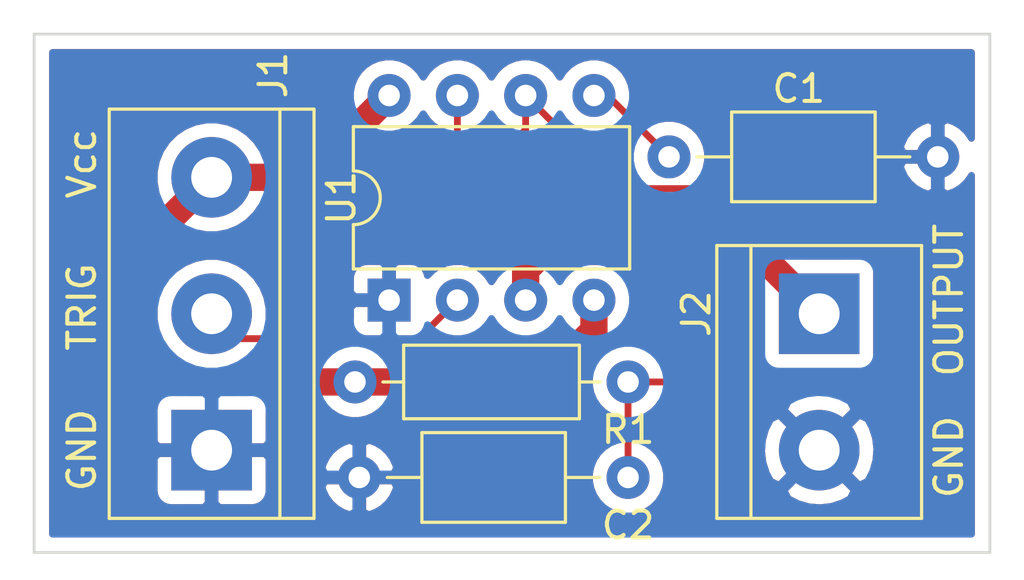
<source format=kicad_pcb>
(kicad_pcb (version 20171130) (host pcbnew "(5.1.8)-1")

  (general
    (thickness 1.6)
    (drawings 9)
    (tracks 30)
    (zones 0)
    (modules 6)
    (nets 7)
  )

  (page A4)
  (title_block
    (title "1.1 - Monostable Multivibrator")
    (date 2021-01-04)
    (comment 1 "Kaitlyn Wiseman")
  )

  (layers
    (0 F.Cu signal)
    (31 B.Cu signal)
    (32 B.Adhes user)
    (33 F.Adhes user)
    (34 B.Paste user)
    (35 F.Paste user)
    (36 B.SilkS user)
    (37 F.SilkS user)
    (38 B.Mask user)
    (39 F.Mask user)
    (40 Dwgs.User user)
    (41 Cmts.User user)
    (42 Eco1.User user)
    (43 Eco2.User user)
    (44 Edge.Cuts user)
    (45 Margin user)
    (46 B.CrtYd user)
    (47 F.CrtYd user)
    (48 B.Fab user hide)
    (49 F.Fab user hide)
  )

  (setup
    (last_trace_width 0.254)
    (trace_clearance 0.254)
    (zone_clearance 0.508)
    (zone_45_only no)
    (trace_min 0.254)
    (via_size 0.508)
    (via_drill 0.254)
    (via_min_size 0.508)
    (via_min_drill 0.254)
    (uvia_size 0.508)
    (uvia_drill 0.254)
    (uvias_allowed no)
    (uvia_min_size 0.508)
    (uvia_min_drill 0.254)
    (edge_width 0.05)
    (segment_width 0.2)
    (pcb_text_width 0.3)
    (pcb_text_size 1.5 1.5)
    (mod_edge_width 0.12)
    (mod_text_size 1 1)
    (mod_text_width 0.15)
    (pad_size 1.524 1.524)
    (pad_drill 0.762)
    (pad_to_mask_clearance 0)
    (aux_axis_origin 0 0)
    (visible_elements FFFFFF7F)
    (pcbplotparams
      (layerselection 0x010fc_ffffffff)
      (usegerberextensions false)
      (usegerberattributes true)
      (usegerberadvancedattributes true)
      (creategerberjobfile true)
      (excludeedgelayer true)
      (linewidth 0.100000)
      (plotframeref false)
      (viasonmask false)
      (mode 1)
      (useauxorigin false)
      (hpglpennumber 1)
      (hpglpenspeed 20)
      (hpglpendiameter 15.000000)
      (psnegative false)
      (psa4output false)
      (plotreference true)
      (plotvalue true)
      (plotinvisibletext false)
      (padsonsilk false)
      (subtractmaskfromsilk false)
      (outputformat 1)
      (mirror false)
      (drillshape 1)
      (scaleselection 1)
      (outputdirectory ""))
  )

  (net 0 "")
  (net 1 "Net-(C1-Pad1)")
  (net 2 GND)
  (net 3 "Net-(C2-Pad1)")
  (net 4 "Net-(J1-Pad2)")
  (net 5 "Net-(J1-Pad3)")
  (net 6 "Net-(J2-Pad1)")

  (net_class Default "This is the default net class."
    (clearance 0.254)
    (trace_width 0.254)
    (via_dia 0.508)
    (via_drill 0.254)
    (uvia_dia 0.508)
    (uvia_drill 0.254)
    (diff_pair_width 0.254)
    (diff_pair_gap 0.254)
    (add_net "Net-(C1-Pad1)")
    (add_net "Net-(C2-Pad1)")
    (add_net "Net-(J1-Pad2)")
  )

  (net_class Power ""
    (clearance 0.508)
    (trace_width 1.016)
    (via_dia 0.508)
    (via_drill 0.254)
    (uvia_dia 0.508)
    (uvia_drill 0.254)
    (diff_pair_width 0.254)
    (diff_pair_gap 0.254)
    (add_net GND)
    (add_net "Net-(J1-Pad3)")
    (add_net "Net-(J2-Pad1)")
  )

  (module Package_DIP:DIP-8_W7.62mm (layer F.Cu) (tedit 5A02E8C5) (tstamp 5FF3A970)
    (at 147.828 96.266 90)
    (descr "8-lead though-hole mounted DIP package, row spacing 7.62 mm (300 mils)")
    (tags "THT DIP DIL PDIP 2.54mm 7.62mm 300mil")
    (path /5FF3459D)
    (fp_text reference U1 (at 3.81 -1.778 90) (layer F.SilkS)
      (effects (font (size 1 1) (thickness 0.15)))
    )
    (fp_text value NA555D (at 3.81 9.95 90) (layer F.Fab)
      (effects (font (size 1 1) (thickness 0.15)))
    )
    (fp_text user %R (at 3.81 3.81 90) (layer F.Fab)
      (effects (font (size 1 1) (thickness 0.15)))
    )
    (fp_arc (start 3.81 -1.33) (end 2.81 -1.33) (angle -180) (layer F.SilkS) (width 0.12))
    (fp_line (start 1.635 -1.27) (end 6.985 -1.27) (layer F.Fab) (width 0.1))
    (fp_line (start 6.985 -1.27) (end 6.985 8.89) (layer F.Fab) (width 0.1))
    (fp_line (start 6.985 8.89) (end 0.635 8.89) (layer F.Fab) (width 0.1))
    (fp_line (start 0.635 8.89) (end 0.635 -0.27) (layer F.Fab) (width 0.1))
    (fp_line (start 0.635 -0.27) (end 1.635 -1.27) (layer F.Fab) (width 0.1))
    (fp_line (start 2.81 -1.33) (end 1.16 -1.33) (layer F.SilkS) (width 0.12))
    (fp_line (start 1.16 -1.33) (end 1.16 8.95) (layer F.SilkS) (width 0.12))
    (fp_line (start 1.16 8.95) (end 6.46 8.95) (layer F.SilkS) (width 0.12))
    (fp_line (start 6.46 8.95) (end 6.46 -1.33) (layer F.SilkS) (width 0.12))
    (fp_line (start 6.46 -1.33) (end 4.81 -1.33) (layer F.SilkS) (width 0.12))
    (fp_line (start -1.1 -1.55) (end -1.1 9.15) (layer F.CrtYd) (width 0.05))
    (fp_line (start -1.1 9.15) (end 8.7 9.15) (layer F.CrtYd) (width 0.05))
    (fp_line (start 8.7 9.15) (end 8.7 -1.55) (layer F.CrtYd) (width 0.05))
    (fp_line (start 8.7 -1.55) (end -1.1 -1.55) (layer F.CrtYd) (width 0.05))
    (pad 8 thru_hole oval (at 7.62 0 90) (size 1.6 1.6) (drill 0.8) (layers *.Cu *.Mask)
      (net 5 "Net-(J1-Pad3)"))
    (pad 4 thru_hole oval (at 0 7.62 90) (size 1.6 1.6) (drill 0.8) (layers *.Cu *.Mask)
      (net 5 "Net-(J1-Pad3)"))
    (pad 7 thru_hole oval (at 7.62 2.54 90) (size 1.6 1.6) (drill 0.8) (layers *.Cu *.Mask)
      (net 3 "Net-(C2-Pad1)"))
    (pad 3 thru_hole oval (at 0 5.08 90) (size 1.6 1.6) (drill 0.8) (layers *.Cu *.Mask)
      (net 6 "Net-(J2-Pad1)"))
    (pad 6 thru_hole oval (at 7.62 5.08 90) (size 1.6 1.6) (drill 0.8) (layers *.Cu *.Mask)
      (net 3 "Net-(C2-Pad1)"))
    (pad 2 thru_hole oval (at 0 2.54 90) (size 1.6 1.6) (drill 0.8) (layers *.Cu *.Mask)
      (net 4 "Net-(J1-Pad2)"))
    (pad 5 thru_hole oval (at 7.62 7.62 90) (size 1.6 1.6) (drill 0.8) (layers *.Cu *.Mask)
      (net 1 "Net-(C1-Pad1)"))
    (pad 1 thru_hole rect (at 0 0 90) (size 1.6 1.6) (drill 0.8) (layers *.Cu *.Mask)
      (net 2 GND))
    (model ${KISYS3DMOD}/Package_DIP.3dshapes/DIP-8_W7.62mm.wrl
      (at (xyz 0 0 0))
      (scale (xyz 1 1 1))
      (rotate (xyz 0 0 0))
    )
  )

  (module Capacitor_THT:C_Axial_L5.1mm_D3.1mm_P10.00mm_Horizontal (layer F.Cu) (tedit 5AE50EF0) (tstamp 5FF3A8FD)
    (at 158.242 90.932)
    (descr "C, Axial series, Axial, Horizontal, pin pitch=10mm, , length*diameter=5.1*3.1mm^2, http://www.vishay.com/docs/45231/arseries.pdf")
    (tags "C Axial series Axial Horizontal pin pitch 10mm  length 5.1mm diameter 3.1mm")
    (path /5FF35CEC)
    (fp_text reference C1 (at 4.826 -2.54) (layer F.SilkS)
      (effects (font (size 1 1) (thickness 0.15)))
    )
    (fp_text value 0.01uF (at 5 2.67) (layer F.Fab)
      (effects (font (size 1 1) (thickness 0.15)))
    )
    (fp_line (start 11.05 -1.8) (end -1.05 -1.8) (layer F.CrtYd) (width 0.05))
    (fp_line (start 11.05 1.8) (end 11.05 -1.8) (layer F.CrtYd) (width 0.05))
    (fp_line (start -1.05 1.8) (end 11.05 1.8) (layer F.CrtYd) (width 0.05))
    (fp_line (start -1.05 -1.8) (end -1.05 1.8) (layer F.CrtYd) (width 0.05))
    (fp_line (start 8.96 0) (end 7.67 0) (layer F.SilkS) (width 0.12))
    (fp_line (start 1.04 0) (end 2.33 0) (layer F.SilkS) (width 0.12))
    (fp_line (start 7.67 -1.67) (end 2.33 -1.67) (layer F.SilkS) (width 0.12))
    (fp_line (start 7.67 1.67) (end 7.67 -1.67) (layer F.SilkS) (width 0.12))
    (fp_line (start 2.33 1.67) (end 7.67 1.67) (layer F.SilkS) (width 0.12))
    (fp_line (start 2.33 -1.67) (end 2.33 1.67) (layer F.SilkS) (width 0.12))
    (fp_line (start 10 0) (end 7.55 0) (layer F.Fab) (width 0.1))
    (fp_line (start 0 0) (end 2.45 0) (layer F.Fab) (width 0.1))
    (fp_line (start 7.55 -1.55) (end 2.45 -1.55) (layer F.Fab) (width 0.1))
    (fp_line (start 7.55 1.55) (end 7.55 -1.55) (layer F.Fab) (width 0.1))
    (fp_line (start 2.45 1.55) (end 7.55 1.55) (layer F.Fab) (width 0.1))
    (fp_line (start 2.45 -1.55) (end 2.45 1.55) (layer F.Fab) (width 0.1))
    (fp_text user %R (at 5 0) (layer F.Fab)
      (effects (font (size 1 1) (thickness 0.15)))
    )
    (pad 1 thru_hole circle (at 0 0) (size 1.6 1.6) (drill 0.8) (layers *.Cu *.Mask)
      (net 1 "Net-(C1-Pad1)"))
    (pad 2 thru_hole oval (at 10 0) (size 1.6 1.6) (drill 0.8) (layers *.Cu *.Mask)
      (net 2 GND))
    (model ${KISYS3DMOD}/Capacitor_THT.3dshapes/C_Axial_L5.1mm_D3.1mm_P10.00mm_Horizontal.wrl
      (at (xyz 0 0 0))
      (scale (xyz 1 1 1))
      (rotate (xyz 0 0 0))
    )
  )

  (module Capacitor_THT:C_Axial_L5.1mm_D3.1mm_P10.00mm_Horizontal (layer F.Cu) (tedit 5AE50EF0) (tstamp 5FF3A914)
    (at 156.718 102.87 180)
    (descr "C, Axial series, Axial, Horizontal, pin pitch=10mm, , length*diameter=5.1*3.1mm^2, http://www.vishay.com/docs/45231/arseries.pdf")
    (tags "C Axial series Axial Horizontal pin pitch 10mm  length 5.1mm diameter 3.1mm")
    (path /5FF3B443)
    (fp_text reference C2 (at 0 -1.778) (layer F.SilkS)
      (effects (font (size 1 1) (thickness 0.15)))
    )
    (fp_text value 470uF (at 5 2.67) (layer F.Fab)
      (effects (font (size 1 1) (thickness 0.15)))
    )
    (fp_text user %R (at 5 0) (layer F.Fab)
      (effects (font (size 1 1) (thickness 0.15)))
    )
    (fp_line (start 2.45 -1.55) (end 2.45 1.55) (layer F.Fab) (width 0.1))
    (fp_line (start 2.45 1.55) (end 7.55 1.55) (layer F.Fab) (width 0.1))
    (fp_line (start 7.55 1.55) (end 7.55 -1.55) (layer F.Fab) (width 0.1))
    (fp_line (start 7.55 -1.55) (end 2.45 -1.55) (layer F.Fab) (width 0.1))
    (fp_line (start 0 0) (end 2.45 0) (layer F.Fab) (width 0.1))
    (fp_line (start 10 0) (end 7.55 0) (layer F.Fab) (width 0.1))
    (fp_line (start 2.33 -1.67) (end 2.33 1.67) (layer F.SilkS) (width 0.12))
    (fp_line (start 2.33 1.67) (end 7.67 1.67) (layer F.SilkS) (width 0.12))
    (fp_line (start 7.67 1.67) (end 7.67 -1.67) (layer F.SilkS) (width 0.12))
    (fp_line (start 7.67 -1.67) (end 2.33 -1.67) (layer F.SilkS) (width 0.12))
    (fp_line (start 1.04 0) (end 2.33 0) (layer F.SilkS) (width 0.12))
    (fp_line (start 8.96 0) (end 7.67 0) (layer F.SilkS) (width 0.12))
    (fp_line (start -1.05 -1.8) (end -1.05 1.8) (layer F.CrtYd) (width 0.05))
    (fp_line (start -1.05 1.8) (end 11.05 1.8) (layer F.CrtYd) (width 0.05))
    (fp_line (start 11.05 1.8) (end 11.05 -1.8) (layer F.CrtYd) (width 0.05))
    (fp_line (start 11.05 -1.8) (end -1.05 -1.8) (layer F.CrtYd) (width 0.05))
    (pad 2 thru_hole oval (at 10 0 180) (size 1.6 1.6) (drill 0.8) (layers *.Cu *.Mask)
      (net 2 GND))
    (pad 1 thru_hole circle (at 0 0 180) (size 1.6 1.6) (drill 0.8) (layers *.Cu *.Mask)
      (net 3 "Net-(C2-Pad1)"))
    (model ${KISYS3DMOD}/Capacitor_THT.3dshapes/C_Axial_L5.1mm_D3.1mm_P10.00mm_Horizontal.wrl
      (at (xyz 0 0 0))
      (scale (xyz 1 1 1))
      (rotate (xyz 0 0 0))
    )
  )

  (module TerminalBlock:TerminalBlock_bornier-3_P5.08mm (layer F.Cu) (tedit 59FF03B9) (tstamp 5FF3A92A)
    (at 141.224 101.854 90)
    (descr "simple 3-pin terminal block, pitch 5.08mm, revamped version of bornier3")
    (tags "terminal block bornier3")
    (path /5FF3630B)
    (fp_text reference J1 (at 13.97 2.286 90) (layer F.SilkS)
      (effects (font (size 1 1) (thickness 0.15)))
    )
    (fp_text value Screw_Terminal_01x03 (at 5.08 5.08 90) (layer F.Fab)
      (effects (font (size 1 1) (thickness 0.15)))
    )
    (fp_line (start 12.88 4) (end -2.72 4) (layer F.CrtYd) (width 0.05))
    (fp_line (start 12.88 4) (end 12.88 -4) (layer F.CrtYd) (width 0.05))
    (fp_line (start -2.72 -4) (end -2.72 4) (layer F.CrtYd) (width 0.05))
    (fp_line (start -2.72 -4) (end 12.88 -4) (layer F.CrtYd) (width 0.05))
    (fp_line (start -2.54 3.81) (end 12.7 3.81) (layer F.SilkS) (width 0.12))
    (fp_line (start -2.54 -3.81) (end 12.7 -3.81) (layer F.SilkS) (width 0.12))
    (fp_line (start -2.54 2.54) (end 12.7 2.54) (layer F.SilkS) (width 0.12))
    (fp_line (start 12.7 3.81) (end 12.7 -3.81) (layer F.SilkS) (width 0.12))
    (fp_line (start -2.54 3.81) (end -2.54 -3.81) (layer F.SilkS) (width 0.12))
    (fp_line (start -2.47 3.75) (end -2.47 -3.75) (layer F.Fab) (width 0.1))
    (fp_line (start 12.63 3.75) (end -2.47 3.75) (layer F.Fab) (width 0.1))
    (fp_line (start 12.63 -3.75) (end 12.63 3.75) (layer F.Fab) (width 0.1))
    (fp_line (start -2.47 -3.75) (end 12.63 -3.75) (layer F.Fab) (width 0.1))
    (fp_line (start -2.47 2.55) (end 12.63 2.55) (layer F.Fab) (width 0.1))
    (fp_text user %R (at 5.08 0 90) (layer F.Fab)
      (effects (font (size 1 1) (thickness 0.15)))
    )
    (pad 1 thru_hole rect (at 0 0 90) (size 3 3) (drill 1.52) (layers *.Cu *.Mask)
      (net 2 GND))
    (pad 2 thru_hole circle (at 5.08 0 90) (size 3 3) (drill 1.52) (layers *.Cu *.Mask)
      (net 4 "Net-(J1-Pad2)"))
    (pad 3 thru_hole circle (at 10.16 0 90) (size 3 3) (drill 1.52) (layers *.Cu *.Mask)
      (net 5 "Net-(J1-Pad3)"))
    (model ${KISYS3DMOD}/TerminalBlock.3dshapes/TerminalBlock_bornier-3_P5.08mm.wrl
      (offset (xyz 5.079999923706055 0 0))
      (scale (xyz 1 1 1))
      (rotate (xyz 0 0 0))
    )
  )

  (module TerminalBlock:TerminalBlock_bornier-2_P5.08mm (layer F.Cu) (tedit 59FF03AB) (tstamp 5FF3A93F)
    (at 163.83 96.774 270)
    (descr "simple 2-pin terminal block, pitch 5.08mm, revamped version of bornier2")
    (tags "terminal block bornier2")
    (path /5FF39124)
    (fp_text reference J2 (at 0 4.572 90) (layer F.SilkS)
      (effects (font (size 1 1) (thickness 0.15)))
    )
    (fp_text value Screw_Terminal_01x02 (at 2.54 5.08 90) (layer F.Fab)
      (effects (font (size 1 1) (thickness 0.15)))
    )
    (fp_line (start 7.79 4) (end -2.71 4) (layer F.CrtYd) (width 0.05))
    (fp_line (start 7.79 4) (end 7.79 -4) (layer F.CrtYd) (width 0.05))
    (fp_line (start -2.71 -4) (end -2.71 4) (layer F.CrtYd) (width 0.05))
    (fp_line (start -2.71 -4) (end 7.79 -4) (layer F.CrtYd) (width 0.05))
    (fp_line (start -2.54 3.81) (end 7.62 3.81) (layer F.SilkS) (width 0.12))
    (fp_line (start -2.54 -3.81) (end -2.54 3.81) (layer F.SilkS) (width 0.12))
    (fp_line (start 7.62 -3.81) (end -2.54 -3.81) (layer F.SilkS) (width 0.12))
    (fp_line (start 7.62 3.81) (end 7.62 -3.81) (layer F.SilkS) (width 0.12))
    (fp_line (start 7.62 2.54) (end -2.54 2.54) (layer F.SilkS) (width 0.12))
    (fp_line (start 7.54 -3.75) (end -2.46 -3.75) (layer F.Fab) (width 0.1))
    (fp_line (start 7.54 3.75) (end 7.54 -3.75) (layer F.Fab) (width 0.1))
    (fp_line (start -2.46 3.75) (end 7.54 3.75) (layer F.Fab) (width 0.1))
    (fp_line (start -2.46 -3.75) (end -2.46 3.75) (layer F.Fab) (width 0.1))
    (fp_line (start -2.41 2.55) (end 7.49 2.55) (layer F.Fab) (width 0.1))
    (fp_text user %R (at 2.54 0 90) (layer F.Fab)
      (effects (font (size 1 1) (thickness 0.15)))
    )
    (pad 1 thru_hole rect (at 0 0 270) (size 3 3) (drill 1.52) (layers *.Cu *.Mask)
      (net 6 "Net-(J2-Pad1)"))
    (pad 2 thru_hole circle (at 5.08 0 270) (size 3 3) (drill 1.52) (layers *.Cu *.Mask)
      (net 2 GND))
    (model ${KISYS3DMOD}/TerminalBlock.3dshapes/TerminalBlock_bornier-2_P5.08mm.wrl
      (offset (xyz 2.539999961853027 0 0))
      (scale (xyz 1 1 1))
      (rotate (xyz 0 0 0))
    )
  )

  (module Resistor_THT:R_Axial_DIN0207_L6.3mm_D2.5mm_P10.16mm_Horizontal (layer F.Cu) (tedit 5AE5139B) (tstamp 5FF3A956)
    (at 156.718 99.314 180)
    (descr "Resistor, Axial_DIN0207 series, Axial, Horizontal, pin pitch=10.16mm, 0.25W = 1/4W, length*diameter=6.3*2.5mm^2, http://cdn-reichelt.de/documents/datenblatt/B400/1_4W%23YAG.pdf")
    (tags "Resistor Axial_DIN0207 series Axial Horizontal pin pitch 10.16mm 0.25W = 1/4W length 6.3mm diameter 2.5mm")
    (path /5FF3A6FA)
    (fp_text reference R1 (at 0 -1.778) (layer F.SilkS)
      (effects (font (size 1 1) (thickness 0.15)))
    )
    (fp_text value 10k (at 5.08 2.37) (layer F.Fab)
      (effects (font (size 1 1) (thickness 0.15)))
    )
    (fp_line (start 11.21 -1.5) (end -1.05 -1.5) (layer F.CrtYd) (width 0.05))
    (fp_line (start 11.21 1.5) (end 11.21 -1.5) (layer F.CrtYd) (width 0.05))
    (fp_line (start -1.05 1.5) (end 11.21 1.5) (layer F.CrtYd) (width 0.05))
    (fp_line (start -1.05 -1.5) (end -1.05 1.5) (layer F.CrtYd) (width 0.05))
    (fp_line (start 9.12 0) (end 8.35 0) (layer F.SilkS) (width 0.12))
    (fp_line (start 1.04 0) (end 1.81 0) (layer F.SilkS) (width 0.12))
    (fp_line (start 8.35 -1.37) (end 1.81 -1.37) (layer F.SilkS) (width 0.12))
    (fp_line (start 8.35 1.37) (end 8.35 -1.37) (layer F.SilkS) (width 0.12))
    (fp_line (start 1.81 1.37) (end 8.35 1.37) (layer F.SilkS) (width 0.12))
    (fp_line (start 1.81 -1.37) (end 1.81 1.37) (layer F.SilkS) (width 0.12))
    (fp_line (start 10.16 0) (end 8.23 0) (layer F.Fab) (width 0.1))
    (fp_line (start 0 0) (end 1.93 0) (layer F.Fab) (width 0.1))
    (fp_line (start 8.23 -1.25) (end 1.93 -1.25) (layer F.Fab) (width 0.1))
    (fp_line (start 8.23 1.25) (end 8.23 -1.25) (layer F.Fab) (width 0.1))
    (fp_line (start 1.93 1.25) (end 8.23 1.25) (layer F.Fab) (width 0.1))
    (fp_line (start 1.93 -1.25) (end 1.93 1.25) (layer F.Fab) (width 0.1))
    (fp_text user %R (at 5.08 0) (layer F.Fab)
      (effects (font (size 1 1) (thickness 0.15)))
    )
    (pad 1 thru_hole circle (at 0 0 180) (size 1.6 1.6) (drill 0.8) (layers *.Cu *.Mask)
      (net 3 "Net-(C2-Pad1)"))
    (pad 2 thru_hole oval (at 10.16 0 180) (size 1.6 1.6) (drill 0.8) (layers *.Cu *.Mask)
      (net 5 "Net-(J1-Pad3)"))
    (model ${KISYS3DMOD}/Resistor_THT.3dshapes/R_Axial_DIN0207_L6.3mm_D2.5mm_P10.16mm_Horizontal.wrl
      (at (xyz 0 0 0))
      (scale (xyz 1 1 1))
      (rotate (xyz 0 0 0))
    )
  )

  (gr_text GND (at 168.656 102.108 90) (layer F.SilkS)
    (effects (font (size 1 1) (thickness 0.15)))
  )
  (gr_text OUTPUT (at 168.656 96.266 90) (layer F.SilkS)
    (effects (font (size 1 1) (thickness 0.15)))
  )
  (gr_text GND (at 136.398 101.854 90) (layer F.SilkS)
    (effects (font (size 1 1) (thickness 0.15)))
  )
  (gr_text TRIG (at 136.398 96.52 90) (layer F.SilkS)
    (effects (font (size 1 1) (thickness 0.15)))
  )
  (gr_text Vcc (at 136.398 91.186 90) (layer F.SilkS)
    (effects (font (size 1 1) (thickness 0.15)))
  )
  (gr_line (start 170.18 86.36) (end 170.18 105.664) (layer Edge.Cuts) (width 0.1))
  (gr_line (start 134.62 86.36) (end 170.18 86.36) (layer Edge.Cuts) (width 0.1))
  (gr_line (start 134.62 105.664) (end 134.62 86.36) (layer Edge.Cuts) (width 0.1))
  (gr_line (start 170.18 105.664) (end 134.62 105.664) (layer Edge.Cuts) (width 0.1))

  (segment (start 155.956 88.646) (end 155.448 88.646) (width 0.254) (layer F.Cu) (net 1))
  (segment (start 158.242 90.932) (end 155.956 88.646) (width 0.254) (layer F.Cu) (net 1))
  (segment (start 156.718 99.314) (end 156.718 102.87) (width 0.254) (layer F.Cu) (net 3))
  (segment (start 152.908 88.646) (end 152.908 89.916) (width 0.254) (layer F.Cu) (net 3))
  (segment (start 152.908 89.916) (end 152.146 90.678) (width 0.254) (layer F.Cu) (net 3))
  (segment (start 152.146 90.678) (end 150.368 90.678) (width 0.254) (layer F.Cu) (net 3))
  (segment (start 150.368 90.678) (end 150.368 88.646) (width 0.254) (layer F.Cu) (net 3))
  (segment (start 156.375001 92.113001) (end 152.908 88.646) (width 0.254) (layer F.Cu) (net 3))
  (segment (start 163.312003 92.113001) (end 156.375001 92.113001) (width 0.254) (layer F.Cu) (net 3))
  (segment (start 165.965001 94.765999) (end 163.312003 92.113001) (width 0.254) (layer F.Cu) (net 3))
  (segment (start 165.965001 98.782001) (end 165.965001 94.765999) (width 0.254) (layer F.Cu) (net 3))
  (segment (start 165.433002 99.314) (end 165.965001 98.782001) (width 0.254) (layer F.Cu) (net 3))
  (segment (start 156.718 99.314) (end 165.433002 99.314) (width 0.254) (layer F.Cu) (net 3))
  (segment (start 148.932999 97.701001) (end 150.368 96.266) (width 0.254) (layer F.Cu) (net 4))
  (segment (start 142.151001 97.701001) (end 148.932999 97.701001) (width 0.254) (layer F.Cu) (net 4))
  (segment (start 141.224 96.774) (end 142.151001 97.701001) (width 0.254) (layer F.Cu) (net 4))
  (segment (start 155.448 97.39737) (end 155.448 96.266) (width 1.016) (layer F.Cu) (net 5))
  (segment (start 153.53137 99.314) (end 155.448 97.39737) (width 1.016) (layer F.Cu) (net 5))
  (segment (start 146.558 99.314) (end 153.53137 99.314) (width 1.016) (layer F.Cu) (net 5))
  (segment (start 138.707999 94.210001) (end 141.224 91.694) (width 1.016) (layer F.Cu) (net 5))
  (segment (start 138.707999 97.981681) (end 138.707999 94.210001) (width 1.016) (layer F.Cu) (net 5))
  (segment (start 140.040318 99.314) (end 138.707999 97.981681) (width 1.016) (layer F.Cu) (net 5))
  (segment (start 146.558 99.314) (end 140.040318 99.314) (width 1.016) (layer F.Cu) (net 5))
  (segment (start 144.78 91.694) (end 147.828 88.646) (width 1.016) (layer F.Cu) (net 5))
  (segment (start 141.224 91.694) (end 144.78 91.694) (width 1.016) (layer F.Cu) (net 5))
  (segment (start 152.908 96.118318) (end 152.908 96.266) (width 1.016) (layer F.Cu) (net 6))
  (segment (start 152.908 95.13463) (end 152.908 96.266) (width 1.016) (layer F.Cu) (net 6))
  (segment (start 153.592631 94.449999) (end 152.908 95.13463) (width 1.016) (layer F.Cu) (net 6))
  (segment (start 161.505999 94.449999) (end 153.592631 94.449999) (width 1.016) (layer F.Cu) (net 6))
  (segment (start 163.83 96.774) (end 161.505999 94.449999) (width 1.016) (layer F.Cu) (net 6))

  (zone (net 2) (net_name GND) (layer F.Cu) (tstamp 0) (hatch edge 0.508)
    (connect_pads (clearance 0.508))
    (min_thickness 0.254)
    (fill yes (arc_segments 32) (thermal_gap 0.508) (thermal_bridge_width 0.508))
    (polygon
      (pts
        (xy 171.45 106.68) (xy 133.35 106.68) (xy 133.35 85.09) (xy 171.45 85.09)
      )
    )
    (filled_polygon
      (pts
        (xy 169.495 90.241049) (xy 169.473037 90.19458) (xy 169.305519 89.968586) (xy 169.097131 89.779615) (xy 168.855881 89.63493)
        (xy 168.59104 89.540091) (xy 168.369 89.661376) (xy 168.369 90.805) (xy 168.389 90.805) (xy 168.389 91.059)
        (xy 168.369 91.059) (xy 168.369 92.202624) (xy 168.59104 92.323909) (xy 168.855881 92.22907) (xy 169.097131 92.084385)
        (xy 169.305519 91.895414) (xy 169.473037 91.66942) (xy 169.495 91.622951) (xy 169.495001 104.979) (xy 135.305 104.979)
        (xy 135.305 103.354) (xy 139.085928 103.354) (xy 139.098188 103.478482) (xy 139.134498 103.59818) (xy 139.193463 103.708494)
        (xy 139.272815 103.805185) (xy 139.369506 103.884537) (xy 139.47982 103.943502) (xy 139.599518 103.979812) (xy 139.724 103.992072)
        (xy 140.93825 103.989) (xy 141.097 103.83025) (xy 141.097 101.981) (xy 141.351 101.981) (xy 141.351 103.83025)
        (xy 141.50975 103.989) (xy 142.724 103.992072) (xy 142.848482 103.979812) (xy 142.96818 103.943502) (xy 143.078494 103.884537)
        (xy 143.175185 103.805185) (xy 143.254537 103.708494) (xy 143.313502 103.59818) (xy 143.349812 103.478482) (xy 143.362072 103.354)
        (xy 143.361731 103.219039) (xy 145.326096 103.219039) (xy 145.366754 103.353087) (xy 145.486963 103.60742) (xy 145.654481 103.833414)
        (xy 145.862869 104.022385) (xy 146.104119 104.16707) (xy 146.36896 104.261909) (xy 146.591 104.140624) (xy 146.591 102.997)
        (xy 146.845 102.997) (xy 146.845 104.140624) (xy 147.06704 104.261909) (xy 147.331881 104.16707) (xy 147.573131 104.022385)
        (xy 147.781519 103.833414) (xy 147.949037 103.60742) (xy 148.069246 103.353087) (xy 148.109904 103.219039) (xy 147.987915 102.997)
        (xy 146.845 102.997) (xy 146.591 102.997) (xy 145.448085 102.997) (xy 145.326096 103.219039) (xy 143.361731 103.219039)
        (xy 143.359965 102.520961) (xy 145.326096 102.520961) (xy 145.448085 102.743) (xy 146.591 102.743) (xy 146.591 101.599376)
        (xy 146.845 101.599376) (xy 146.845 102.743) (xy 147.987915 102.743) (xy 148.109904 102.520961) (xy 148.069246 102.386913)
        (xy 147.949037 102.13258) (xy 147.781519 101.906586) (xy 147.573131 101.717615) (xy 147.331881 101.57293) (xy 147.06704 101.478091)
        (xy 146.845 101.599376) (xy 146.591 101.599376) (xy 146.36896 101.478091) (xy 146.104119 101.57293) (xy 145.862869 101.717615)
        (xy 145.654481 101.906586) (xy 145.486963 102.13258) (xy 145.366754 102.386913) (xy 145.326096 102.520961) (xy 143.359965 102.520961)
        (xy 143.359 102.13975) (xy 143.20025 101.981) (xy 141.351 101.981) (xy 141.097 101.981) (xy 139.24775 101.981)
        (xy 139.089 102.13975) (xy 139.085928 103.354) (xy 135.305 103.354) (xy 135.305 94.210001) (xy 137.55947 94.210001)
        (xy 137.565 94.266149) (xy 137.564999 97.925542) (xy 137.55947 97.981681) (xy 137.564999 98.03782) (xy 137.564999 98.037826)
        (xy 137.565442 98.04232) (xy 137.581538 98.205748) (xy 137.595841 98.252897) (xy 137.646896 98.421203) (xy 137.753031 98.619769)
        (xy 137.895866 98.793814) (xy 137.939481 98.829608) (xy 139.164174 100.054302) (xy 139.134498 100.10982) (xy 139.098188 100.229518)
        (xy 139.085928 100.354) (xy 139.089 101.56825) (xy 139.24775 101.727) (xy 141.097 101.727) (xy 141.097 101.707)
        (xy 141.351 101.707) (xy 141.351 101.727) (xy 143.20025 101.727) (xy 143.359 101.56825) (xy 143.361811 100.457)
        (xy 145.685689 100.457) (xy 145.878273 100.58568) (xy 146.139426 100.693853) (xy 146.416665 100.749) (xy 146.699335 100.749)
        (xy 146.976574 100.693853) (xy 147.237727 100.58568) (xy 147.430311 100.457) (xy 153.475231 100.457) (xy 153.53137 100.462529)
        (xy 153.587509 100.457) (xy 153.587516 100.457) (xy 153.755437 100.440461) (xy 153.970893 100.375103) (xy 154.169459 100.268968)
        (xy 154.343503 100.126133) (xy 154.379297 100.082518) (xy 155.283 99.178815) (xy 155.283 99.455335) (xy 155.338147 99.732574)
        (xy 155.44632 99.993727) (xy 155.603363 100.228759) (xy 155.803241 100.428637) (xy 155.956 100.530707) (xy 155.956001 101.653292)
        (xy 155.803241 101.755363) (xy 155.603363 101.955241) (xy 155.44632 102.190273) (xy 155.338147 102.451426) (xy 155.283 102.728665)
        (xy 155.283 103.011335) (xy 155.338147 103.288574) (xy 155.44632 103.549727) (xy 155.603363 103.784759) (xy 155.803241 103.984637)
        (xy 156.038273 104.14168) (xy 156.299426 104.249853) (xy 156.576665 104.305) (xy 156.859335 104.305) (xy 157.136574 104.249853)
        (xy 157.397727 104.14168) (xy 157.632759 103.984637) (xy 157.832637 103.784759) (xy 157.98968 103.549727) (xy 158.07421 103.345653)
        (xy 162.517952 103.345653) (xy 162.673962 103.661214) (xy 163.048745 103.85202) (xy 163.453551 103.966044) (xy 163.872824 103.998902)
        (xy 164.290451 103.949334) (xy 164.690383 103.819243) (xy 164.986038 103.661214) (xy 165.142048 103.345653) (xy 163.83 102.033605)
        (xy 162.517952 103.345653) (xy 158.07421 103.345653) (xy 158.097853 103.288574) (xy 158.153 103.011335) (xy 158.153 102.728665)
        (xy 158.097853 102.451426) (xy 157.98968 102.190273) (xy 157.832637 101.955241) (xy 157.77422 101.896824) (xy 161.685098 101.896824)
        (xy 161.734666 102.314451) (xy 161.864757 102.714383) (xy 162.022786 103.010038) (xy 162.338347 103.166048) (xy 163.650395 101.854)
        (xy 164.009605 101.854) (xy 165.321653 103.166048) (xy 165.637214 103.010038) (xy 165.82802 102.635255) (xy 165.942044 102.230449)
        (xy 165.974902 101.811176) (xy 165.925334 101.393549) (xy 165.795243 100.993617) (xy 165.637214 100.697962) (xy 165.321653 100.541952)
        (xy 164.009605 101.854) (xy 163.650395 101.854) (xy 162.338347 100.541952) (xy 162.022786 100.697962) (xy 161.83198 101.072745)
        (xy 161.717956 101.477551) (xy 161.685098 101.896824) (xy 157.77422 101.896824) (xy 157.632759 101.755363) (xy 157.48 101.653293)
        (xy 157.48 100.530707) (xy 157.632759 100.428637) (xy 157.832637 100.228759) (xy 157.934707 100.076) (xy 162.659519 100.076)
        (xy 162.517952 100.362347) (xy 163.83 101.674395) (xy 165.142048 100.362347) (xy 165.000481 100.076) (xy 165.395579 100.076)
        (xy 165.433002 100.079686) (xy 165.470425 100.076) (xy 165.470428 100.076) (xy 165.58238 100.064974) (xy 165.726017 100.021402)
        (xy 165.858394 99.950645) (xy 165.974424 99.855422) (xy 165.998285 99.826347) (xy 166.477353 99.34728) (xy 166.506423 99.323423)
        (xy 166.601646 99.207393) (xy 166.672403 99.075016) (xy 166.715975 98.931379) (xy 166.727001 98.819427) (xy 166.727001 98.819425)
        (xy 166.730687 98.782002) (xy 166.727001 98.744579) (xy 166.727001 94.803422) (xy 166.730687 94.765999) (xy 166.727001 94.728573)
        (xy 166.715975 94.616621) (xy 166.672403 94.472984) (xy 166.615277 94.366109) (xy 166.601646 94.340606) (xy 166.53028 94.253647)
        (xy 166.506423 94.224577) (xy 166.477353 94.20072) (xy 163.877287 91.600655) (xy 163.853425 91.571579) (xy 163.737395 91.476356)
        (xy 163.605018 91.405599) (xy 163.461381 91.362027) (xy 163.349429 91.351001) (xy 163.349426 91.351001) (xy 163.312003 91.347315)
        (xy 163.27458 91.351001) (xy 159.621676 91.351001) (xy 159.621853 91.350574) (xy 159.635684 91.281039) (xy 166.850096 91.281039)
        (xy 166.890754 91.415087) (xy 167.010963 91.66942) (xy 167.178481 91.895414) (xy 167.386869 92.084385) (xy 167.628119 92.22907)
        (xy 167.89296 92.323909) (xy 168.115 92.202624) (xy 168.115 91.059) (xy 166.972085 91.059) (xy 166.850096 91.281039)
        (xy 159.635684 91.281039) (xy 159.677 91.073335) (xy 159.677 90.790665) (xy 159.635685 90.582961) (xy 166.850096 90.582961)
        (xy 166.972085 90.805) (xy 168.115 90.805) (xy 168.115 89.661376) (xy 167.89296 89.540091) (xy 167.628119 89.63493)
        (xy 167.386869 89.779615) (xy 167.178481 89.968586) (xy 167.010963 90.19458) (xy 166.890754 90.448913) (xy 166.850096 90.582961)
        (xy 159.635685 90.582961) (xy 159.621853 90.513426) (xy 159.51368 90.252273) (xy 159.356637 90.017241) (xy 159.156759 89.817363)
        (xy 158.921727 89.66032) (xy 158.660574 89.552147) (xy 158.383335 89.497) (xy 158.100665 89.497) (xy 157.920473 89.532843)
        (xy 156.880692 88.493062) (xy 156.827853 88.227426) (xy 156.71968 87.966273) (xy 156.562637 87.731241) (xy 156.362759 87.531363)
        (xy 156.127727 87.37432) (xy 155.866574 87.266147) (xy 155.589335 87.211) (xy 155.306665 87.211) (xy 155.029426 87.266147)
        (xy 154.768273 87.37432) (xy 154.533241 87.531363) (xy 154.333363 87.731241) (xy 154.178 87.963759) (xy 154.022637 87.731241)
        (xy 153.822759 87.531363) (xy 153.587727 87.37432) (xy 153.326574 87.266147) (xy 153.049335 87.211) (xy 152.766665 87.211)
        (xy 152.489426 87.266147) (xy 152.228273 87.37432) (xy 151.993241 87.531363) (xy 151.793363 87.731241) (xy 151.638 87.963759)
        (xy 151.482637 87.731241) (xy 151.282759 87.531363) (xy 151.047727 87.37432) (xy 150.786574 87.266147) (xy 150.509335 87.211)
        (xy 150.226665 87.211) (xy 149.949426 87.266147) (xy 149.688273 87.37432) (xy 149.453241 87.531363) (xy 149.253363 87.731241)
        (xy 149.098 87.963759) (xy 148.942637 87.731241) (xy 148.742759 87.531363) (xy 148.507727 87.37432) (xy 148.246574 87.266147)
        (xy 147.969335 87.211) (xy 147.686665 87.211) (xy 147.409426 87.266147) (xy 147.148273 87.37432) (xy 146.913241 87.531363)
        (xy 146.713363 87.731241) (xy 146.55632 87.966273) (xy 146.448147 88.227426) (xy 146.40296 88.454594) (xy 144.306555 90.551)
        (xy 143.028014 90.551) (xy 142.882363 90.333017) (xy 142.584983 90.035637) (xy 142.235302 89.801988) (xy 141.846756 89.641047)
        (xy 141.434279 89.559) (xy 141.013721 89.559) (xy 140.601244 89.641047) (xy 140.212698 89.801988) (xy 139.863017 90.035637)
        (xy 139.565637 90.333017) (xy 139.331988 90.682698) (xy 139.171047 91.071244) (xy 139.089 91.483721) (xy 139.089 91.904279)
        (xy 139.140146 92.161408) (xy 137.939477 93.362078) (xy 137.895867 93.397868) (xy 137.753032 93.571912) (xy 137.717779 93.637866)
        (xy 137.646897 93.770478) (xy 137.581538 93.985934) (xy 137.55947 94.210001) (xy 135.305 94.210001) (xy 135.305 87.045)
        (xy 169.495 87.045)
      )
    )
    (filled_polygon
      (pts
        (xy 149.253363 89.560759) (xy 149.453241 89.760637) (xy 149.606 89.862707) (xy 149.606 90.640574) (xy 149.602314 90.678)
        (xy 149.617026 90.827378) (xy 149.660598 90.971015) (xy 149.731355 91.103392) (xy 149.826577 91.219421) (xy 149.826578 91.219422)
        (xy 149.942608 91.314645) (xy 150.074985 91.385402) (xy 150.218622 91.428974) (xy 150.368 91.443686) (xy 150.405425 91.44)
        (xy 152.108577 91.44) (xy 152.146 91.443686) (xy 152.183423 91.44) (xy 152.183426 91.44) (xy 152.295378 91.428974)
        (xy 152.439015 91.385402) (xy 152.571392 91.314645) (xy 152.687422 91.219422) (xy 152.711284 91.190347) (xy 153.420351 90.48128)
        (xy 153.449422 90.457422) (xy 153.480422 90.419648) (xy 153.536134 90.351764) (xy 155.809721 92.625352) (xy 155.833579 92.654423)
        (xy 155.862649 92.67828) (xy 155.949608 92.749646) (xy 156.020365 92.787466) (xy 156.081986 92.820403) (xy 156.225623 92.863975)
        (xy 156.337575 92.875001) (xy 156.337578 92.875001) (xy 156.375001 92.878687) (xy 156.412424 92.875001) (xy 162.996373 92.875001)
        (xy 164.757299 94.635928) (xy 163.308373 94.635928) (xy 162.353926 93.681481) (xy 162.318132 93.637866) (xy 162.144088 93.495031)
        (xy 161.945522 93.388896) (xy 161.730066 93.323538) (xy 161.562145 93.306999) (xy 161.562138 93.306999) (xy 161.505999 93.30147)
        (xy 161.44986 93.306999) (xy 153.648769 93.306999) (xy 153.59263 93.30147) (xy 153.536491 93.306999) (xy 153.536485 93.306999)
        (xy 153.391231 93.321305) (xy 153.368563 93.323538) (xy 153.303205 93.343364) (xy 153.153108 93.388896) (xy 152.954542 93.495031)
        (xy 152.780498 93.637866) (xy 152.744703 93.681482) (xy 152.139483 94.286702) (xy 152.095867 94.322497) (xy 151.953032 94.496542)
        (xy 151.846897 94.695108) (xy 151.781539 94.910564) (xy 151.765 95.078485) (xy 151.765 95.078491) (xy 151.759471 95.13463)
        (xy 151.765 95.190769) (xy 151.765 95.393689) (xy 151.638 95.583759) (xy 151.482637 95.351241) (xy 151.282759 95.151363)
        (xy 151.047727 94.99432) (xy 150.786574 94.886147) (xy 150.509335 94.831) (xy 150.226665 94.831) (xy 149.949426 94.886147)
        (xy 149.688273 94.99432) (xy 149.453241 95.151363) (xy 149.254643 95.349961) (xy 149.253812 95.341518) (xy 149.217502 95.22182)
        (xy 149.158537 95.111506) (xy 149.079185 95.014815) (xy 148.982494 94.935463) (xy 148.87218 94.876498) (xy 148.752482 94.840188)
        (xy 148.628 94.827928) (xy 148.11375 94.831) (xy 147.955 94.98975) (xy 147.955 96.139) (xy 147.975 96.139)
        (xy 147.975 96.393) (xy 147.955 96.393) (xy 147.955 96.413) (xy 147.701 96.413) (xy 147.701 96.393)
        (xy 146.55175 96.393) (xy 146.393 96.55175) (xy 146.390687 96.939001) (xy 143.359 96.939001) (xy 143.359 96.563721)
        (xy 143.276953 96.151244) (xy 143.116012 95.762698) (xy 142.917766 95.466) (xy 146.389928 95.466) (xy 146.393 95.98025)
        (xy 146.55175 96.139) (xy 147.701 96.139) (xy 147.701 94.98975) (xy 147.54225 94.831) (xy 147.028 94.827928)
        (xy 146.903518 94.840188) (xy 146.78382 94.876498) (xy 146.673506 94.935463) (xy 146.576815 95.014815) (xy 146.497463 95.111506)
        (xy 146.438498 95.22182) (xy 146.402188 95.341518) (xy 146.389928 95.466) (xy 142.917766 95.466) (xy 142.882363 95.413017)
        (xy 142.584983 95.115637) (xy 142.235302 94.881988) (xy 141.846756 94.721047) (xy 141.434279 94.639) (xy 141.013721 94.639)
        (xy 140.601244 94.721047) (xy 140.212698 94.881988) (xy 139.863017 95.115637) (xy 139.850999 95.127655) (xy 139.850999 94.683446)
        (xy 140.756592 93.777854) (xy 141.013721 93.829) (xy 141.434279 93.829) (xy 141.846756 93.746953) (xy 142.235302 93.586012)
        (xy 142.584983 93.352363) (xy 142.882363 93.054983) (xy 143.028014 92.837) (xy 144.723861 92.837) (xy 144.78 92.842529)
        (xy 144.836139 92.837) (xy 144.836146 92.837) (xy 145.004067 92.820461) (xy 145.219523 92.755103) (xy 145.418089 92.648968)
        (xy 145.592133 92.506133) (xy 145.627927 92.462518) (xy 148.019406 90.07104) (xy 148.246574 90.025853) (xy 148.507727 89.91768)
        (xy 148.742759 89.760637) (xy 148.942637 89.560759) (xy 149.098 89.328241)
      )
    )
  )
  (zone (net 2) (net_name GND) (layer B.Cu) (tstamp 0) (hatch edge 0.508)
    (connect_pads (clearance 0.508))
    (min_thickness 0.254)
    (fill yes (arc_segments 32) (thermal_gap 0.508) (thermal_bridge_width 0.508))
    (polygon
      (pts
        (xy 171.45 106.68) (xy 133.35 106.68) (xy 133.35 85.09) (xy 171.45 85.09)
      )
    )
    (filled_polygon
      (pts
        (xy 169.495 90.241049) (xy 169.473037 90.19458) (xy 169.305519 89.968586) (xy 169.097131 89.779615) (xy 168.855881 89.63493)
        (xy 168.59104 89.540091) (xy 168.369 89.661376) (xy 168.369 90.805) (xy 168.389 90.805) (xy 168.389 91.059)
        (xy 168.369 91.059) (xy 168.369 92.202624) (xy 168.59104 92.323909) (xy 168.855881 92.22907) (xy 169.097131 92.084385)
        (xy 169.305519 91.895414) (xy 169.473037 91.66942) (xy 169.495 91.622951) (xy 169.495001 104.979) (xy 135.305 104.979)
        (xy 135.305 103.354) (xy 139.085928 103.354) (xy 139.098188 103.478482) (xy 139.134498 103.59818) (xy 139.193463 103.708494)
        (xy 139.272815 103.805185) (xy 139.369506 103.884537) (xy 139.47982 103.943502) (xy 139.599518 103.979812) (xy 139.724 103.992072)
        (xy 140.93825 103.989) (xy 141.097 103.83025) (xy 141.097 101.981) (xy 141.351 101.981) (xy 141.351 103.83025)
        (xy 141.50975 103.989) (xy 142.724 103.992072) (xy 142.848482 103.979812) (xy 142.96818 103.943502) (xy 143.078494 103.884537)
        (xy 143.175185 103.805185) (xy 143.254537 103.708494) (xy 143.313502 103.59818) (xy 143.349812 103.478482) (xy 143.362072 103.354)
        (xy 143.361731 103.219039) (xy 145.326096 103.219039) (xy 145.366754 103.353087) (xy 145.486963 103.60742) (xy 145.654481 103.833414)
        (xy 145.862869 104.022385) (xy 146.104119 104.16707) (xy 146.36896 104.261909) (xy 146.591 104.140624) (xy 146.591 102.997)
        (xy 146.845 102.997) (xy 146.845 104.140624) (xy 147.06704 104.261909) (xy 147.331881 104.16707) (xy 147.573131 104.022385)
        (xy 147.781519 103.833414) (xy 147.949037 103.60742) (xy 148.069246 103.353087) (xy 148.109904 103.219039) (xy 147.987915 102.997)
        (xy 146.845 102.997) (xy 146.591 102.997) (xy 145.448085 102.997) (xy 145.326096 103.219039) (xy 143.361731 103.219039)
        (xy 143.359965 102.520961) (xy 145.326096 102.520961) (xy 145.448085 102.743) (xy 146.591 102.743) (xy 146.591 101.599376)
        (xy 146.845 101.599376) (xy 146.845 102.743) (xy 147.987915 102.743) (xy 147.99579 102.728665) (xy 155.283 102.728665)
        (xy 155.283 103.011335) (xy 155.338147 103.288574) (xy 155.44632 103.549727) (xy 155.603363 103.784759) (xy 155.803241 103.984637)
        (xy 156.038273 104.14168) (xy 156.299426 104.249853) (xy 156.576665 104.305) (xy 156.859335 104.305) (xy 157.136574 104.249853)
        (xy 157.397727 104.14168) (xy 157.632759 103.984637) (xy 157.832637 103.784759) (xy 157.98968 103.549727) (xy 158.07421 103.345653)
        (xy 162.517952 103.345653) (xy 162.673962 103.661214) (xy 163.048745 103.85202) (xy 163.453551 103.966044) (xy 163.872824 103.998902)
        (xy 164.290451 103.949334) (xy 164.690383 103.819243) (xy 164.986038 103.661214) (xy 165.142048 103.345653) (xy 163.83 102.033605)
        (xy 162.517952 103.345653) (xy 158.07421 103.345653) (xy 158.097853 103.288574) (xy 158.153 103.011335) (xy 158.153 102.728665)
        (xy 158.097853 102.451426) (xy 157.98968 102.190273) (xy 157.832637 101.955241) (xy 157.77422 101.896824) (xy 161.685098 101.896824)
        (xy 161.734666 102.314451) (xy 161.864757 102.714383) (xy 162.022786 103.010038) (xy 162.338347 103.166048) (xy 163.650395 101.854)
        (xy 164.009605 101.854) (xy 165.321653 103.166048) (xy 165.637214 103.010038) (xy 165.82802 102.635255) (xy 165.942044 102.230449)
        (xy 165.974902 101.811176) (xy 165.925334 101.393549) (xy 165.795243 100.993617) (xy 165.637214 100.697962) (xy 165.321653 100.541952)
        (xy 164.009605 101.854) (xy 163.650395 101.854) (xy 162.338347 100.541952) (xy 162.022786 100.697962) (xy 161.83198 101.072745)
        (xy 161.717956 101.477551) (xy 161.685098 101.896824) (xy 157.77422 101.896824) (xy 157.632759 101.755363) (xy 157.397727 101.59832)
        (xy 157.136574 101.490147) (xy 156.859335 101.435) (xy 156.576665 101.435) (xy 156.299426 101.490147) (xy 156.038273 101.59832)
        (xy 155.803241 101.755363) (xy 155.603363 101.955241) (xy 155.44632 102.190273) (xy 155.338147 102.451426) (xy 155.283 102.728665)
        (xy 147.99579 102.728665) (xy 148.109904 102.520961) (xy 148.069246 102.386913) (xy 147.949037 102.13258) (xy 147.781519 101.906586)
        (xy 147.573131 101.717615) (xy 147.331881 101.57293) (xy 147.06704 101.478091) (xy 146.845 101.599376) (xy 146.591 101.599376)
        (xy 146.36896 101.478091) (xy 146.104119 101.57293) (xy 145.862869 101.717615) (xy 145.654481 101.906586) (xy 145.486963 102.13258)
        (xy 145.366754 102.386913) (xy 145.326096 102.520961) (xy 143.359965 102.520961) (xy 143.359 102.13975) (xy 143.20025 101.981)
        (xy 141.351 101.981) (xy 141.097 101.981) (xy 139.24775 101.981) (xy 139.089 102.13975) (xy 139.085928 103.354)
        (xy 135.305 103.354) (xy 135.305 100.354) (xy 139.085928 100.354) (xy 139.089 101.56825) (xy 139.24775 101.727)
        (xy 141.097 101.727) (xy 141.097 99.87775) (xy 141.351 99.87775) (xy 141.351 101.727) (xy 143.20025 101.727)
        (xy 143.359 101.56825) (xy 143.362072 100.354) (xy 143.349812 100.229518) (xy 143.313502 100.10982) (xy 143.254537 99.999506)
        (xy 143.175185 99.902815) (xy 143.078494 99.823463) (xy 142.96818 99.764498) (xy 142.848482 99.728188) (xy 142.724 99.715928)
        (xy 141.50975 99.719) (xy 141.351 99.87775) (xy 141.097 99.87775) (xy 140.93825 99.719) (xy 139.724 99.715928)
        (xy 139.599518 99.728188) (xy 139.47982 99.764498) (xy 139.369506 99.823463) (xy 139.272815 99.902815) (xy 139.193463 99.999506)
        (xy 139.134498 100.10982) (xy 139.098188 100.229518) (xy 139.085928 100.354) (xy 135.305 100.354) (xy 135.305 99.172665)
        (xy 145.123 99.172665) (xy 145.123 99.455335) (xy 145.178147 99.732574) (xy 145.28632 99.993727) (xy 145.443363 100.228759)
        (xy 145.643241 100.428637) (xy 145.878273 100.58568) (xy 146.139426 100.693853) (xy 146.416665 100.749) (xy 146.699335 100.749)
        (xy 146.976574 100.693853) (xy 147.237727 100.58568) (xy 147.472759 100.428637) (xy 147.672637 100.228759) (xy 147.82968 99.993727)
        (xy 147.937853 99.732574) (xy 147.993 99.455335) (xy 147.993 99.172665) (xy 155.283 99.172665) (xy 155.283 99.455335)
        (xy 155.338147 99.732574) (xy 155.44632 99.993727) (xy 155.603363 100.228759) (xy 155.803241 100.428637) (xy 156.038273 100.58568)
        (xy 156.299426 100.693853) (xy 156.576665 100.749) (xy 156.859335 100.749) (xy 157.136574 100.693853) (xy 157.397727 100.58568)
        (xy 157.632759 100.428637) (xy 157.699049 100.362347) (xy 162.517952 100.362347) (xy 163.83 101.674395) (xy 165.142048 100.362347)
        (xy 164.986038 100.046786) (xy 164.611255 99.85598) (xy 164.206449 99.741956) (xy 163.787176 99.709098) (xy 163.369549 99.758666)
        (xy 162.969617 99.888757) (xy 162.673962 100.046786) (xy 162.517952 100.362347) (xy 157.699049 100.362347) (xy 157.832637 100.228759)
        (xy 157.98968 99.993727) (xy 158.097853 99.732574) (xy 158.153 99.455335) (xy 158.153 99.172665) (xy 158.097853 98.895426)
        (xy 157.98968 98.634273) (xy 157.832637 98.399241) (xy 157.632759 98.199363) (xy 157.397727 98.04232) (xy 157.136574 97.934147)
        (xy 156.859335 97.879) (xy 156.576665 97.879) (xy 156.299426 97.934147) (xy 156.038273 98.04232) (xy 155.803241 98.199363)
        (xy 155.603363 98.399241) (xy 155.44632 98.634273) (xy 155.338147 98.895426) (xy 155.283 99.172665) (xy 147.993 99.172665)
        (xy 147.937853 98.895426) (xy 147.82968 98.634273) (xy 147.672637 98.399241) (xy 147.472759 98.199363) (xy 147.237727 98.04232)
        (xy 146.976574 97.934147) (xy 146.699335 97.879) (xy 146.416665 97.879) (xy 146.139426 97.934147) (xy 145.878273 98.04232)
        (xy 145.643241 98.199363) (xy 145.443363 98.399241) (xy 145.28632 98.634273) (xy 145.178147 98.895426) (xy 145.123 99.172665)
        (xy 135.305 99.172665) (xy 135.305 96.563721) (xy 139.089 96.563721) (xy 139.089 96.984279) (xy 139.171047 97.396756)
        (xy 139.331988 97.785302) (xy 139.565637 98.134983) (xy 139.863017 98.432363) (xy 140.212698 98.666012) (xy 140.601244 98.826953)
        (xy 141.013721 98.909) (xy 141.434279 98.909) (xy 141.846756 98.826953) (xy 142.235302 98.666012) (xy 142.584983 98.432363)
        (xy 142.882363 98.134983) (xy 143.116012 97.785302) (xy 143.276953 97.396756) (xy 143.342744 97.066) (xy 146.389928 97.066)
        (xy 146.402188 97.190482) (xy 146.438498 97.31018) (xy 146.497463 97.420494) (xy 146.576815 97.517185) (xy 146.673506 97.596537)
        (xy 146.78382 97.655502) (xy 146.903518 97.691812) (xy 147.028 97.704072) (xy 147.54225 97.701) (xy 147.701 97.54225)
        (xy 147.701 96.393) (xy 146.55175 96.393) (xy 146.393 96.55175) (xy 146.389928 97.066) (xy 143.342744 97.066)
        (xy 143.359 96.984279) (xy 143.359 96.563721) (xy 143.276953 96.151244) (xy 143.116012 95.762698) (xy 142.917766 95.466)
        (xy 146.389928 95.466) (xy 146.393 95.98025) (xy 146.55175 96.139) (xy 147.701 96.139) (xy 147.701 94.98975)
        (xy 147.955 94.98975) (xy 147.955 96.139) (xy 147.975 96.139) (xy 147.975 96.393) (xy 147.955 96.393)
        (xy 147.955 97.54225) (xy 148.11375 97.701) (xy 148.628 97.704072) (xy 148.752482 97.691812) (xy 148.87218 97.655502)
        (xy 148.982494 97.596537) (xy 149.079185 97.517185) (xy 149.158537 97.420494) (xy 149.217502 97.31018) (xy 149.253812 97.190482)
        (xy 149.254643 97.182039) (xy 149.453241 97.380637) (xy 149.688273 97.53768) (xy 149.949426 97.645853) (xy 150.226665 97.701)
        (xy 150.509335 97.701) (xy 150.786574 97.645853) (xy 151.047727 97.53768) (xy 151.282759 97.380637) (xy 151.482637 97.180759)
        (xy 151.638 96.948241) (xy 151.793363 97.180759) (xy 151.993241 97.380637) (xy 152.228273 97.53768) (xy 152.489426 97.645853)
        (xy 152.766665 97.701) (xy 153.049335 97.701) (xy 153.326574 97.645853) (xy 153.587727 97.53768) (xy 153.822759 97.380637)
        (xy 154.022637 97.180759) (xy 154.178 96.948241) (xy 154.333363 97.180759) (xy 154.533241 97.380637) (xy 154.768273 97.53768)
        (xy 155.029426 97.645853) (xy 155.306665 97.701) (xy 155.589335 97.701) (xy 155.866574 97.645853) (xy 156.127727 97.53768)
        (xy 156.362759 97.380637) (xy 156.562637 97.180759) (xy 156.71968 96.945727) (xy 156.827853 96.684574) (xy 156.883 96.407335)
        (xy 156.883 96.124665) (xy 156.827853 95.847426) (xy 156.71968 95.586273) (xy 156.562637 95.351241) (xy 156.485396 95.274)
        (xy 161.691928 95.274) (xy 161.691928 98.274) (xy 161.704188 98.398482) (xy 161.740498 98.51818) (xy 161.799463 98.628494)
        (xy 161.878815 98.725185) (xy 161.975506 98.804537) (xy 162.08582 98.863502) (xy 162.205518 98.899812) (xy 162.33 98.912072)
        (xy 165.33 98.912072) (xy 165.454482 98.899812) (xy 165.57418 98.863502) (xy 165.684494 98.804537) (xy 165.781185 98.725185)
        (xy 165.860537 98.628494) (xy 165.919502 98.51818) (xy 165.955812 98.398482) (xy 165.968072 98.274) (xy 165.968072 95.274)
        (xy 165.955812 95.149518) (xy 165.919502 95.02982) (xy 165.860537 94.919506) (xy 165.781185 94.822815) (xy 165.684494 94.743463)
        (xy 165.57418 94.684498) (xy 165.454482 94.648188) (xy 165.33 94.635928) (xy 162.33 94.635928) (xy 162.205518 94.648188)
        (xy 162.08582 94.684498) (xy 161.975506 94.743463) (xy 161.878815 94.822815) (xy 161.799463 94.919506) (xy 161.740498 95.02982)
        (xy 161.704188 95.149518) (xy 161.691928 95.274) (xy 156.485396 95.274) (xy 156.362759 95.151363) (xy 156.127727 94.99432)
        (xy 155.866574 94.886147) (xy 155.589335 94.831) (xy 155.306665 94.831) (xy 155.029426 94.886147) (xy 154.768273 94.99432)
        (xy 154.533241 95.151363) (xy 154.333363 95.351241) (xy 154.178 95.583759) (xy 154.022637 95.351241) (xy 153.822759 95.151363)
        (xy 153.587727 94.99432) (xy 153.326574 94.886147) (xy 153.049335 94.831) (xy 152.766665 94.831) (xy 152.489426 94.886147)
        (xy 152.228273 94.99432) (xy 151.993241 95.151363) (xy 151.793363 95.351241) (xy 151.638 95.583759) (xy 151.482637 95.351241)
        (xy 151.282759 95.151363) (xy 151.047727 94.99432) (xy 150.786574 94.886147) (xy 150.509335 94.831) (xy 150.226665 94.831)
        (xy 149.949426 94.886147) (xy 149.688273 94.99432) (xy 149.453241 95.151363) (xy 149.254643 95.349961) (xy 149.253812 95.341518)
        (xy 149.217502 95.22182) (xy 149.158537 95.111506) (xy 149.079185 95.014815) (xy 148.982494 94.935463) (xy 148.87218 94.876498)
        (xy 148.752482 94.840188) (xy 148.628 94.827928) (xy 148.11375 94.831) (xy 147.955 94.98975) (xy 147.701 94.98975)
        (xy 147.54225 94.831) (xy 147.028 94.827928) (xy 146.903518 94.840188) (xy 146.78382 94.876498) (xy 146.673506 94.935463)
        (xy 146.576815 95.014815) (xy 146.497463 95.111506) (xy 146.438498 95.22182) (xy 146.402188 95.341518) (xy 146.389928 95.466)
        (xy 142.917766 95.466) (xy 142.882363 95.413017) (xy 142.584983 95.115637) (xy 142.235302 94.881988) (xy 141.846756 94.721047)
        (xy 141.434279 94.639) (xy 141.013721 94.639) (xy 140.601244 94.721047) (xy 140.212698 94.881988) (xy 139.863017 95.115637)
        (xy 139.565637 95.413017) (xy 139.331988 95.762698) (xy 139.171047 96.151244) (xy 139.089 96.563721) (xy 135.305 96.563721)
        (xy 135.305 91.483721) (xy 139.089 91.483721) (xy 139.089 91.904279) (xy 139.171047 92.316756) (xy 139.331988 92.705302)
        (xy 139.565637 93.054983) (xy 139.863017 93.352363) (xy 140.212698 93.586012) (xy 140.601244 93.746953) (xy 141.013721 93.829)
        (xy 141.434279 93.829) (xy 141.846756 93.746953) (xy 142.235302 93.586012) (xy 142.584983 93.352363) (xy 142.882363 93.054983)
        (xy 143.116012 92.705302) (xy 143.276953 92.316756) (xy 143.359 91.904279) (xy 143.359 91.483721) (xy 143.276953 91.071244)
        (xy 143.160734 90.790665) (xy 156.807 90.790665) (xy 156.807 91.073335) (xy 156.862147 91.350574) (xy 156.97032 91.611727)
        (xy 157.127363 91.846759) (xy 157.327241 92.046637) (xy 157.562273 92.20368) (xy 157.823426 92.311853) (xy 158.100665 92.367)
        (xy 158.383335 92.367) (xy 158.660574 92.311853) (xy 158.921727 92.20368) (xy 159.156759 92.046637) (xy 159.356637 91.846759)
        (xy 159.51368 91.611727) (xy 159.621853 91.350574) (xy 159.635684 91.281039) (xy 166.850096 91.281039) (xy 166.890754 91.415087)
        (xy 167.010963 91.66942) (xy 167.178481 91.895414) (xy 167.386869 92.084385) (xy 167.628119 92.22907) (xy 167.89296 92.323909)
        (xy 168.115 92.202624) (xy 168.115 91.059) (xy 166.972085 91.059) (xy 166.850096 91.281039) (xy 159.635684 91.281039)
        (xy 159.677 91.073335) (xy 159.677 90.790665) (xy 159.635685 90.582961) (xy 166.850096 90.582961) (xy 166.972085 90.805)
        (xy 168.115 90.805) (xy 168.115 89.661376) (xy 167.89296 89.540091) (xy 167.628119 89.63493) (xy 167.386869 89.779615)
        (xy 167.178481 89.968586) (xy 167.010963 90.19458) (xy 166.890754 90.448913) (xy 166.850096 90.582961) (xy 159.635685 90.582961)
        (xy 159.621853 90.513426) (xy 159.51368 90.252273) (xy 159.356637 90.017241) (xy 159.156759 89.817363) (xy 158.921727 89.66032)
        (xy 158.660574 89.552147) (xy 158.383335 89.497) (xy 158.100665 89.497) (xy 157.823426 89.552147) (xy 157.562273 89.66032)
        (xy 157.327241 89.817363) (xy 157.127363 90.017241) (xy 156.97032 90.252273) (xy 156.862147 90.513426) (xy 156.807 90.790665)
        (xy 143.160734 90.790665) (xy 143.116012 90.682698) (xy 142.882363 90.333017) (xy 142.584983 90.035637) (xy 142.235302 89.801988)
        (xy 141.846756 89.641047) (xy 141.434279 89.559) (xy 141.013721 89.559) (xy 140.601244 89.641047) (xy 140.212698 89.801988)
        (xy 139.863017 90.035637) (xy 139.565637 90.333017) (xy 139.331988 90.682698) (xy 139.171047 91.071244) (xy 139.089 91.483721)
        (xy 135.305 91.483721) (xy 135.305 88.504665) (xy 146.393 88.504665) (xy 146.393 88.787335) (xy 146.448147 89.064574)
        (xy 146.55632 89.325727) (xy 146.713363 89.560759) (xy 146.913241 89.760637) (xy 147.148273 89.91768) (xy 147.409426 90.025853)
        (xy 147.686665 90.081) (xy 147.969335 90.081) (xy 148.246574 90.025853) (xy 148.507727 89.91768) (xy 148.742759 89.760637)
        (xy 148.942637 89.560759) (xy 149.098 89.328241) (xy 149.253363 89.560759) (xy 149.453241 89.760637) (xy 149.688273 89.91768)
        (xy 149.949426 90.025853) (xy 150.226665 90.081) (xy 150.509335 90.081) (xy 150.786574 90.025853) (xy 151.047727 89.91768)
        (xy 151.282759 89.760637) (xy 151.482637 89.560759) (xy 151.638 89.328241) (xy 151.793363 89.560759) (xy 151.993241 89.760637)
        (xy 152.228273 89.91768) (xy 152.489426 90.025853) (xy 152.766665 90.081) (xy 153.049335 90.081) (xy 153.326574 90.025853)
        (xy 153.587727 89.91768) (xy 153.822759 89.760637) (xy 154.022637 89.560759) (xy 154.178 89.328241) (xy 154.333363 89.560759)
        (xy 154.533241 89.760637) (xy 154.768273 89.91768) (xy 155.029426 90.025853) (xy 155.306665 90.081) (xy 155.589335 90.081)
        (xy 155.866574 90.025853) (xy 156.127727 89.91768) (xy 156.362759 89.760637) (xy 156.562637 89.560759) (xy 156.71968 89.325727)
        (xy 156.827853 89.064574) (xy 156.883 88.787335) (xy 156.883 88.504665) (xy 156.827853 88.227426) (xy 156.71968 87.966273)
        (xy 156.562637 87.731241) (xy 156.362759 87.531363) (xy 156.127727 87.37432) (xy 155.866574 87.266147) (xy 155.589335 87.211)
        (xy 155.306665 87.211) (xy 155.029426 87.266147) (xy 154.768273 87.37432) (xy 154.533241 87.531363) (xy 154.333363 87.731241)
        (xy 154.178 87.963759) (xy 154.022637 87.731241) (xy 153.822759 87.531363) (xy 153.587727 87.37432) (xy 153.326574 87.266147)
        (xy 153.049335 87.211) (xy 152.766665 87.211) (xy 152.489426 87.266147) (xy 152.228273 87.37432) (xy 151.993241 87.531363)
        (xy 151.793363 87.731241) (xy 151.638 87.963759) (xy 151.482637 87.731241) (xy 151.282759 87.531363) (xy 151.047727 87.37432)
        (xy 150.786574 87.266147) (xy 150.509335 87.211) (xy 150.226665 87.211) (xy 149.949426 87.266147) (xy 149.688273 87.37432)
        (xy 149.453241 87.531363) (xy 149.253363 87.731241) (xy 149.098 87.963759) (xy 148.942637 87.731241) (xy 148.742759 87.531363)
        (xy 148.507727 87.37432) (xy 148.246574 87.266147) (xy 147.969335 87.211) (xy 147.686665 87.211) (xy 147.409426 87.266147)
        (xy 147.148273 87.37432) (xy 146.913241 87.531363) (xy 146.713363 87.731241) (xy 146.55632 87.966273) (xy 146.448147 88.227426)
        (xy 146.393 88.504665) (xy 135.305 88.504665) (xy 135.305 87.045) (xy 169.495 87.045)
      )
    )
  )
)

</source>
